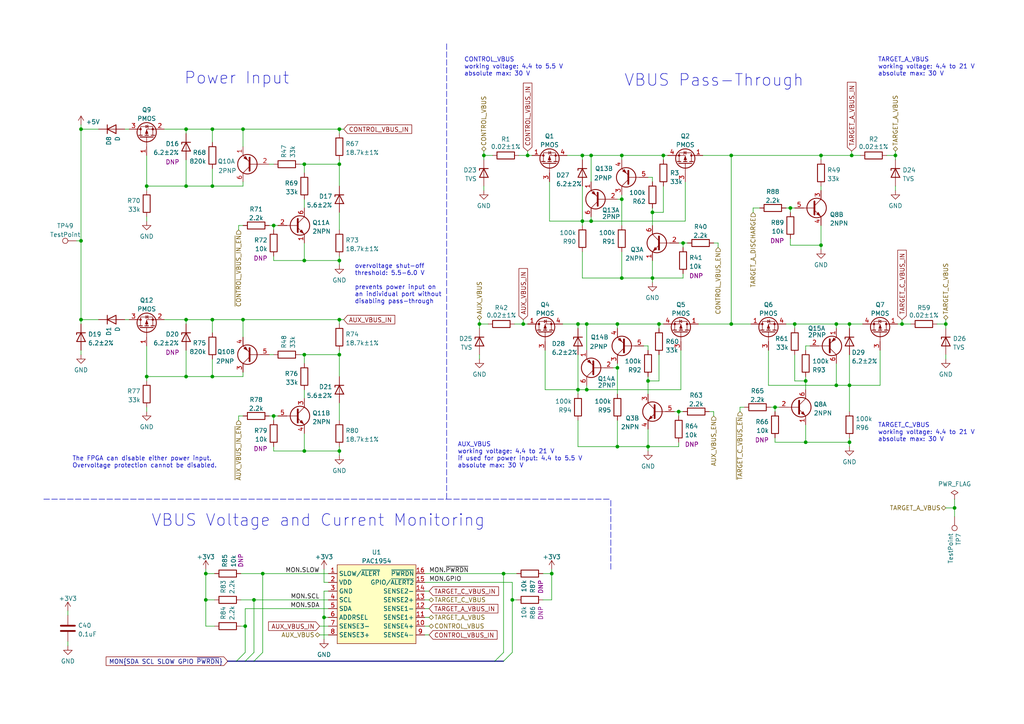
<source format=kicad_sch>
(kicad_sch (version 20211123) (generator eeschema)
  (paper "A4")
  (title_block (title "Cynthion") (date "${DATE}") (rev "${VERSION}") (company "Copyright 2019-2023 Great Scott Gadgets") (comment 1 "Licensed under the CERN-OHL-P v2"))
  (junction (at 98.425 92.71))
  (junction (at 59.69 166.37))
  (junction (at 170.18 93.98))
  (junction (at 23.495 92.71))
  (junction (at 98.425 37.465))
  (junction (at 274.32 93.98))
  (junction (at 233.68 128.27))
  (junction (at 73.66 173.99))
  (junction (at 42.545 53.975))
  (junction (at 212.09 93.98))
  (junction (at 42.545 109.22))
  (junction (at 246.38 93.98))
  (junction (at 61.595 92.71))
  (junction (at 98.425 130.81))
  (junction (at 171.45 45.085))
  (junction (at 229.235 60.325))
  (junction (at 61.595 53.975))
  (junction (at 53.975 109.22))
  (junction (at 180.34 45.085))
  (junction (at 179.07 129.54))
  (junction (at 61.595 109.22))
  (junction (at 98.425 47.625))
  (junction (at 246.38 128.27))
  (junction (at 151.765 93.98))
  (junction (at 238.125 45.085))
  (junction (at 198.12 70.485))
  (junction (at 153.035 45.085))
  (junction (at 61.595 37.465))
  (junction (at 189.23 61.595))
  (junction (at 168.91 45.085))
  (junction (at 146.05 166.37))
  (junction (at 167.64 113.03))
  (junction (at 224.79 118.11))
  (junction (at 88.265 47.625))
  (junction (at 180.34 80.645))
  (junction (at 246.38 111.76))
  (junction (at 187.96 110.49))
  (junction (at 233.68 110.49))
  (junction (at 23.495 69.85))
  (junction (at 79.375 120.65))
  (junction (at 187.96 129.54))
  (junction (at 53.975 53.975))
  (junction (at 242.57 111.76))
  (junction (at 53.975 37.465))
  (junction (at 70.485 37.465))
  (junction (at 93.98 179.07))
  (junction (at 180.34 57.785))
  (junction (at 189.23 80.645))
  (junction (at 88.265 75.565))
  (junction (at 53.975 92.71))
  (junction (at 70.485 92.71))
  (junction (at 247.015 45.085))
  (junction (at 238.125 71.12))
  (junction (at 76.2 166.37))
  (junction (at 88.265 102.87))
  (junction (at 59.69 173.99))
  (junction (at 259.715 45.085))
  (junction (at 168.91 64.135))
  (junction (at 71.12 181.61))
  (junction (at 79.375 65.405))
  (junction (at 179.07 106.68))
  (junction (at 98.425 102.87))
  (junction (at 148.59 173.99))
  (junction (at 192.405 45.085))
  (junction (at 98.425 75.565))
  (junction (at 261.62 93.98))
  (junction (at 140.335 45.085))
  (junction (at 230.505 93.98))
  (junction (at 23.495 37.465))
  (junction (at 179.07 93.98))
  (junction (at 160.02 166.37))
  (junction (at 196.85 119.38))
  (junction (at 276.86 147.32))
  (junction (at 212.09 45.085))
  (junction (at 191.135 93.98))
  (junction (at 167.64 93.98))
  (junction (at 88.265 130.81))
  (junction (at 139.065 93.98))
  (junction (at 170.18 113.03))
  (junction (at 242.57 93.98))
  (junction (at 171.45 64.135))
  (bus_entry (at 148.59 189.23) (size -2.54 2.54))
  (bus_entry (at 146.05 189.23) (size -2.54 2.54))
  (bus_entry (at 73.66 189.23) (size -2.54 2.54))
  (bus_entry (at 76.2 189.23) (size -2.54 2.54))
  (bus_entry (at 71.12 189.23) (size -2.54 2.54))
  (wire (pts (xy 238.125 46.355) (xy 238.125 45.085)))
  (wire (pts (xy 246.38 128.27) (xy 246.38 129.54)))
  (wire (pts (xy 61.595 41.275) (xy 61.595 37.465)))
  (wire (pts (xy 148.59 168.91) (xy 148.59 173.99)))
  (wire (pts (xy 229.235 60.325) (xy 230.505 60.325)))
  (wire (pts (xy 148.59 173.99) (xy 149.86 173.99)))
  (wire (pts (xy 59.69 166.37) (xy 62.23 166.37)))
  (bus (pts (xy 143.51 191.77) (xy 73.66 191.77)))
  (wire (pts (xy 246.38 127) (xy 246.38 128.27)))
  (wire (pts (xy 79.375 75.565) (xy 88.265 75.565)))
  (wire (pts (xy 124.46 179.07) (xy 123.19 179.07)))
  (wire (pts (xy 59.69 181.61) (xy 62.23 181.61)))
  (wire (pts (xy 79.375 65.405) (xy 78.105 65.405)))
  (wire (pts (xy 218.44 61.595) (xy 218.44 60.325)))
  (wire (pts (xy 98.425 47.625) (xy 98.425 53.975)))
  (wire (pts (xy 246.38 111.76) (xy 255.27 111.76)))
  (wire (pts (xy 212.09 45.085) (xy 238.125 45.085)))
  (wire (pts (xy 179.07 121.92) (xy 179.07 129.54)))
  (wire (pts (xy 197.485 113.03) (xy 197.485 101.6)))
  (wire (pts (xy 61.595 37.465) (xy 70.485 37.465)))
  (wire (pts (xy 196.85 129.54) (xy 187.96 129.54)))
  (wire (pts (xy 167.64 95.25) (xy 167.64 93.98)))
  (wire (pts (xy 189.23 61.595) (xy 189.23 65.405)))
  (wire (pts (xy 95.25 173.99) (xy 73.66 173.99)))
  (wire (pts (xy 214.63 119.38) (xy 214.63 118.11)))
  (wire (pts (xy 79.375 120.65) (xy 78.105 120.65)))
  (wire (pts (xy 246.38 93.98) (xy 242.57 93.98)))
  (wire (pts (xy 23.495 69.85) (xy 23.495 37.465)))
  (wire (pts (xy 93.98 168.91) (xy 95.25 168.91)))
  (wire (pts (xy 23.495 92.71) (xy 23.495 93.98)))
  (wire (pts (xy 146.05 166.37) (xy 146.05 189.23)))
  (wire (pts (xy 259.715 45.085) (xy 259.715 46.355)))
  (wire (pts (xy 61.595 53.975) (xy 53.975 53.975)))
  (wire (pts (xy 92.71 181.61) (xy 95.25 181.61)))
  (wire (pts (xy 180.34 80.645) (xy 189.23 80.645)))
  (wire (pts (xy 95.25 179.07) (xy 93.98 179.07)))
  (wire (pts (xy 61.595 92.71) (xy 53.975 92.71)))
  (wire (pts (xy 78.105 47.625) (xy 79.375 47.625)))
  (wire (pts (xy 78.105 102.87) (xy 79.375 102.87)))
  (wire (pts (xy 230.505 93.98) (xy 227.965 93.98)))
  (wire (pts (xy 93.98 179.07) (xy 93.98 185.42)))
  (wire (pts (xy 73.66 173.99) (xy 69.85 173.99)))
  (wire (pts (xy 70.485 37.465) (xy 70.485 42.545)))
  (wire (pts (xy 53.975 46.355) (xy 53.975 53.975)))
  (wire (pts (xy 140.335 45.085) (xy 142.875 45.085)))
  (wire (pts (xy 88.265 47.625) (xy 98.425 47.625)))
  (wire (pts (xy 61.595 109.22) (xy 53.975 109.22)))
  (wire (pts (xy 196.85 119.38) (xy 198.12 119.38)))
  (wire (pts (xy 224.79 118.11) (xy 226.06 118.11)))
  (wire (pts (xy 167.64 113.03) (xy 170.18 113.03)))
  (wire (pts (xy 196.85 128.27) (xy 196.85 129.54)))
  (wire (pts (xy 233.68 123.19) (xy 233.68 128.27)))
  (wire (pts (xy 88.265 50.165) (xy 88.265 47.625)))
  (wire (pts (xy 79.375 66.675) (xy 79.375 65.405)))
  (wire (pts (xy 158.115 113.03) (xy 167.64 113.03)))
  (wire (pts (xy 179.07 106.68) (xy 179.07 105.41)))
  (wire (pts (xy 242.57 95.25) (xy 242.57 93.98)))
  (wire (pts (xy 229.235 71.12) (xy 238.125 71.12)))
  (wire (pts (xy 53.975 101.6) (xy 53.975 109.22)))
  (wire (pts (xy 238.125 53.975) (xy 238.125 55.245)))
  (wire (pts (xy 95.25 171.45) (xy 93.98 171.45)))
  (wire (pts (xy 53.975 92.71) (xy 47.625 92.71)))
  (wire (pts (xy 180.34 57.785) (xy 180.34 65.405)))
  (wire (pts (xy 276.86 147.32) (xy 276.86 149.86)))
  (wire (pts (xy 202.565 93.98) (xy 212.09 93.98)))
  (wire (pts (xy 159.385 64.135) (xy 159.385 52.705)))
  (wire (pts (xy 179.07 95.25) (xy 179.07 93.98)))
  (wire (pts (xy 233.68 110.49) (xy 230.505 110.49)))
  (bus (pts (xy 71.12 191.77) (xy 68.58 191.77)))
  (wire (pts (xy 171.45 52.705) (xy 171.45 45.085)))
  (wire (pts (xy 99.695 92.71) (xy 98.425 92.71)))
  (wire (pts (xy 196.85 120.65) (xy 196.85 119.38)))
  (wire (pts (xy 59.69 173.99) (xy 59.69 181.61)))
  (wire (pts (xy 233.68 110.49) (xy 233.68 113.03)))
  (wire (pts (xy 274.32 147.32) (xy 276.86 147.32)))
  (wire (pts (xy 170.18 93.98) (xy 179.07 93.98)))
  (polyline (pts (xy 12.7 144.78) (xy 177.165 144.78)))
  (wire (pts (xy 255.27 101.6) (xy 255.27 111.76)))
  (wire (pts (xy 227.965 60.325) (xy 229.235 60.325)))
  (wire (pts (xy 88.265 102.87) (xy 98.425 102.87)))
  (wire (pts (xy 274.32 93.98) (xy 274.32 95.25)))
  (wire (pts (xy 170.18 113.03) (xy 170.18 111.76)))
  (wire (pts (xy 180.34 46.355) (xy 180.34 45.085)))
  (wire (pts (xy 139.065 104.14) (xy 139.065 102.87)))
  (wire (pts (xy 76.2 166.37) (xy 76.2 189.23)))
  (wire (pts (xy 171.45 45.085) (xy 180.34 45.085)))
  (wire (pts (xy 157.48 166.37) (xy 160.02 166.37)))
  (wire (pts (xy 153.035 45.085) (xy 154.305 45.085)))
  (wire (pts (xy 164.465 45.085) (xy 168.91 45.085)))
  (wire (pts (xy 246.38 95.25) (xy 246.38 93.98)))
  (wire (pts (xy 98.425 102.87) (xy 98.425 109.22)))
  (wire (pts (xy 92.71 184.15) (xy 95.25 184.15)))
  (wire (pts (xy 61.595 92.71) (xy 70.485 92.71)))
  (wire (pts (xy 230.505 95.25) (xy 230.505 93.98)))
  (wire (pts (xy 70.485 37.465) (xy 98.425 37.465)))
  (wire (pts (xy 70.485 92.71) (xy 98.425 92.71)))
  (wire (pts (xy 167.64 93.98) (xy 170.18 93.98)))
  (wire (pts (xy 42.545 110.49) (xy 42.545 109.22)))
  (wire (pts (xy 187.96 110.49) (xy 191.135 110.49)))
  (bus (pts (xy 146.05 191.77) (xy 143.51 191.77)))
  (polyline (pts (xy 177.165 165.1) (xy 177.165 144.78)))
  (wire (pts (xy 53.975 109.22) (xy 42.545 109.22)))
  (wire (pts (xy 160.02 165.1) (xy 160.02 166.37)))
  (wire (pts (xy 250.19 93.98) (xy 246.38 93.98)))
  (wire (pts (xy 151.765 92.71) (xy 151.765 93.98)))
  (wire (pts (xy 238.125 45.085) (xy 247.015 45.085)))
  (wire (pts (xy 88.265 70.485) (xy 88.265 75.565)))
  (wire (pts (xy 242.57 111.76) (xy 246.38 111.76)))
  (wire (pts (xy 79.375 129.54) (xy 79.375 130.81)))
  (wire (pts (xy 224.79 118.11) (xy 224.79 119.38)))
  (wire (pts (xy 168.91 53.975) (xy 168.91 64.135)))
  (wire (pts (xy 205.74 119.38) (xy 207.01 119.38)))
  (wire (pts (xy 274.32 93.98) (xy 274.32 92.71)))
  (wire (pts (xy 198.12 70.485) (xy 199.39 70.485)))
  (wire (pts (xy 259.715 45.085) (xy 257.175 45.085)))
  (wire (pts (xy 88.265 125.73) (xy 88.265 130.81)))
  (wire (pts (xy 163.195 93.98) (xy 167.64 93.98)))
  (wire (pts (xy 140.335 55.245) (xy 140.335 53.975)))
  (wire (pts (xy 98.425 130.81) (xy 98.425 132.08)))
  (wire (pts (xy 207.01 70.485) (xy 208.28 70.485)))
  (wire (pts (xy 98.425 116.84) (xy 98.425 121.92)))
  (wire (pts (xy 146.05 166.37) (xy 149.86 166.37)))
  (wire (pts (xy 242.57 105.41) (xy 242.57 111.76)))
  (wire (pts (xy 53.975 53.975) (xy 42.545 53.975)))
  (wire (pts (xy 168.91 64.135) (xy 171.45 64.135)))
  (wire (pts (xy 233.68 109.22) (xy 233.68 110.49)))
  (wire (pts (xy 98.425 92.71) (xy 98.425 93.98)))
  (wire (pts (xy 191.135 110.49) (xy 191.135 102.87)))
  (wire (pts (xy 189.23 51.435) (xy 189.23 52.705)))
  (wire (pts (xy 98.425 75.565) (xy 98.425 76.835)))
  (wire (pts (xy 271.78 93.98) (xy 274.32 93.98)))
  (wire (pts (xy 80.645 65.405) (xy 79.375 65.405)))
  (wire (pts (xy 179.07 93.98) (xy 191.135 93.98)))
  (wire (pts (xy 214.63 118.11) (xy 215.9 118.11)))
  (wire (pts (xy 233.68 100.33) (xy 234.95 100.33)))
  (wire (pts (xy 70.485 107.95) (xy 70.485 109.22)))
  (wire (pts (xy 259.715 45.085) (xy 259.715 43.815)))
  (wire (pts (xy 22.225 69.85) (xy 23.495 69.85)))
  (wire (pts (xy 53.975 93.98) (xy 53.975 92.71)))
  (wire (pts (xy 123.19 168.91) (xy 148.59 168.91)))
  (wire (pts (xy 124.46 173.99) (xy 123.19 173.99)))
  (wire (pts (xy 70.485 109.22) (xy 61.595 109.22)))
  (wire (pts (xy 246.38 119.38) (xy 246.38 111.76)))
  (wire (pts (xy 86.995 102.87) (xy 88.265 102.87)))
  (wire (pts (xy 233.68 128.27) (xy 246.38 128.27)))
  (wire (pts (xy 179.07 129.54) (xy 187.96 129.54)))
  (wire (pts (xy 170.18 113.03) (xy 197.485 113.03)))
  (wire (pts (xy 69.215 120.65) (xy 69.215 121.92)))
  (wire (pts (xy 276.86 147.32) (xy 276.86 144.78)))
  (wire (pts (xy 70.485 53.975) (xy 61.595 53.975)))
  (wire (pts (xy 189.23 60.325) (xy 189.23 61.595)))
  (wire (pts (xy 93.98 171.45) (xy 93.98 179.07)))
  (wire (pts (xy 93.98 165.1) (xy 93.98 168.91)))
  (wire (pts (xy 168.91 73.025) (xy 168.91 80.645)))
  (wire (pts (xy 196.85 70.485) (xy 198.12 70.485)))
  (wire (pts (xy 98.425 130.81) (xy 88.265 130.81)))
  (wire (pts (xy 53.975 37.465) (xy 47.625 37.465)))
  (wire (pts (xy 168.91 46.355) (xy 168.91 45.085)))
  (wire (pts (xy 124.46 184.15) (xy 123.19 184.15)))
  (wire (pts (xy 247.015 45.085) (xy 249.555 45.085)))
  (wire (pts (xy 260.35 93.98) (xy 261.62 93.98)))
  (wire (pts (xy 261.62 93.98) (xy 264.16 93.98)))
  (wire (pts (xy 42.545 119.38) (xy 42.545 118.11)))
  (wire (pts (xy 86.995 47.625) (xy 88.265 47.625)))
  (wire (pts (xy 186.69 100.33) (xy 187.96 100.33)))
  (wire (pts (xy 198.12 80.645) (xy 189.23 80.645)))
  (wire (pts (xy 189.23 80.645) (xy 189.23 75.565)))
  (wire (pts (xy 59.69 166.37) (xy 59.69 173.99)))
  (wire (pts (xy 139.065 95.25) (xy 139.065 93.98)))
  (wire (pts (xy 23.495 101.6) (xy 23.495 102.87)))
  (wire (pts (xy 224.79 128.27) (xy 233.68 128.27)))
  (wire (pts (xy 59.69 166.37) (xy 59.69 165.1)))
  (wire (pts (xy 179.07 106.68) (xy 179.07 114.3)))
  (wire (pts (xy 69.215 65.405) (xy 69.215 66.675)))
  (wire (pts (xy 180.34 57.785) (xy 180.34 56.515)))
  (wire (pts (xy 79.375 130.81) (xy 88.265 130.81)))
  (wire (pts (xy 168.91 80.645) (xy 180.34 80.645)))
  (wire (pts (xy 153.035 93.98) (xy 151.765 93.98)))
  (wire (pts (xy 123.19 166.37) (xy 146.05 166.37)))
  (wire (pts (xy 150.495 45.085) (xy 153.035 45.085)))
  (wire (pts (xy 140.335 46.355) (xy 140.335 45.085)))
  (wire (pts (xy 212.09 93.98) (xy 217.805 93.98)))
  (wire (pts (xy 189.23 61.595) (xy 192.405 61.595)))
  (wire (pts (xy 71.12 181.61) (xy 71.12 189.23)))
  (wire (pts (xy 23.495 37.465) (xy 23.495 36.195)))
  (wire (pts (xy 187.96 130.81) (xy 187.96 129.54)))
  (wire (pts (xy 61.595 104.14) (xy 61.595 109.22)))
  (wire (pts (xy 76.2 166.37) (xy 69.85 166.37)))
  (wire (pts (xy 229.235 61.595) (xy 229.235 60.325)))
  (wire (pts (xy 42.545 53.975) (xy 42.545 45.085)))
  (wire (pts (xy 73.66 173.99) (xy 73.66 189.23)))
  (wire (pts (xy 23.495 92.71) (xy 28.575 92.71)))
  (wire (pts (xy 98.425 102.87) (xy 98.425 101.6)))
  (wire (pts (xy 23.495 92.71) (xy 23.495 69.85)))
  (wire (pts (xy 198.12 79.375) (xy 198.12 80.645)))
  (wire (pts (xy 88.265 57.785) (xy 88.265 60.325)))
  (wire (pts (xy 171.45 64.135) (xy 171.45 62.865)))
  (wire (pts (xy 170.18 101.6) (xy 170.18 93.98)))
  (wire (pts (xy 180.34 45.085) (xy 192.405 45.085)))
  (wire (pts (xy 168.91 64.135) (xy 168.91 65.405)))
  (wire (pts (xy 19.685 177.165) (xy 19.685 178.435)))
  (wire (pts (xy 148.59 173.99) (xy 148.59 189.23)))
  (wire (pts (xy 61.595 48.895) (xy 61.595 53.975)))
  (wire (pts (xy 159.385 64.135) (xy 168.91 64.135)))
  (wire (pts (xy 229.235 69.215) (xy 229.235 71.12)))
  (wire (pts (xy 192.405 45.085) (xy 193.675 45.085)))
  (wire (pts (xy 198.12 71.755) (xy 198.12 70.485)))
  (wire (pts (xy 139.065 92.71) (xy 139.065 93.98)))
  (wire (pts (xy 208.28 70.485) (xy 208.28 71.755)))
  (wire (pts (xy 70.485 65.405) (xy 69.215 65.405)))
  (wire (pts (xy 80.645 120.65) (xy 79.375 120.65)))
  (wire (pts (xy 71.12 176.53) (xy 71.12 181.61)))
  (wire (pts (xy 140.335 43.815) (xy 140.335 45.085)))
  (wire (pts (xy 98.425 74.295) (xy 98.425 75.565)))
  (wire (pts (xy 37.465 37.465) (xy 36.195 37.465)))
  (wire (pts (xy 233.68 101.6) (xy 233.68 100.33)))
  (wire (pts (xy 42.545 64.135) (xy 42.545 62.865)))
  (wire (pts (xy 242.57 93.98) (xy 230.505 93.98)))
  (wire (pts (xy 222.885 111.76) (xy 242.57 111.76)))
  (wire (pts (xy 187.96 109.22) (xy 187.96 110.49)))
  (wire (pts (xy 167.64 102.87) (xy 167.64 113.03)))
  (wire (pts (xy 274.32 104.14) (xy 274.32 102.87)))
  (wire (pts (xy 61.595 37.465) (xy 53.975 37.465)))
  (wire (pts (xy 187.96 51.435) (xy 189.23 51.435)))
  (wire (pts (xy 187.96 100.33) (xy 187.96 101.6)))
  (wire (pts (xy 171.45 64.135) (xy 198.755 64.135)))
  (wire (pts (xy 187.96 129.54) (xy 187.96 124.46)))
  (wire (pts (xy 79.375 121.92) (xy 79.375 120.65)))
  (wire (pts (xy 191.135 95.25) (xy 191.135 93.98)))
  (polyline (pts (xy 129.54 12.7) (xy 129.54 144.78)))
  (wire (pts (xy 230.505 110.49) (xy 230.505 102.87)))
  (wire (pts (xy 223.52 118.11) (xy 224.79 118.11)))
  (wire (pts (xy 70.485 52.705) (xy 70.485 53.975)))
  (wire (pts (xy 167.64 113.03) (xy 167.64 114.3)))
  (wire (pts (xy 167.64 121.92) (xy 167.64 129.54)))
  (wire (pts (xy 95.25 166.37) (xy 76.2 166.37)))
  (wire (pts (xy 195.58 119.38) (xy 196.85 119.38)))
  (wire (pts (xy 123.19 181.61) (xy 124.46 181.61)))
  (wire (pts (xy 238.125 71.12) (xy 238.125 65.405)))
  (wire (pts (xy 71.12 181.61) (xy 69.85 181.61)))
  (wire (pts (xy 70.485 92.71) (xy 70.485 97.79)))
  (wire (pts (xy 222.885 101.6) (xy 222.885 111.76)))
  (wire (pts (xy 157.48 173.99) (xy 160.02 173.99)))
  (wire (pts (xy 203.835 45.085) (xy 212.09 45.085)))
  (wire (pts (xy 98.425 37.465) (xy 98.425 38.735)))
  (wire (pts (xy 238.125 72.39) (xy 238.125 71.12)))
  (wire (pts (xy 98.425 61.595) (xy 98.425 66.675)))
  (wire (pts (xy 158.115 101.6) (xy 158.115 113.03)))
  (wire (pts (xy 123.19 176.53) (xy 124.46 176.53)))
  (bus (pts (xy 73.66 191.77) (xy 71.12 191.77)))
  (wire (pts (xy 59.69 173.99) (xy 62.23 173.99)))
  (wire (pts (xy 187.96 110.49) (xy 187.96 114.3)))
  (wire (pts (xy 189.23 81.915) (xy 189.23 80.645)))
  (wire (pts (xy 247.015 45.085) (xy 247.015 43.815)))
  (wire (pts (xy 261.62 93.98) (xy 261.62 92.71)))
  (wire (pts (xy 192.405 46.355) (xy 192.405 45.085)))
  (wire (pts (xy 212.09 45.085) (xy 212.09 93.98)))
  (wire (pts (xy 70.485 120.65) (xy 69.215 120.65)))
  (wire (pts (xy 95.25 176.53) (xy 71.12 176.53)))
  (wire (pts (xy 192.405 61.595) (xy 192.405 53.975)))
  (wire (pts (xy 180.34 73.025) (xy 180.34 80.645)))
  (wire (pts (xy 99.695 37.465) (xy 98.425 37.465)))
  (wire (pts (xy 98.425 129.54) (xy 98.425 130.81)))
  (wire (pts (xy 98.425 75.565) (xy 88.265 75.565)))
  (wire (pts (xy 88.265 105.41) (xy 88.265 102.87)))
  (wire (pts (xy 153.035 45.085) (xy 153.035 43.815)))
  (wire (pts (xy 218.44 60.325) (xy 220.345 60.325)))
  (wire (pts (xy 151.765 93.98) (xy 149.225 93.98)))
  (wire (pts (xy 42.545 55.245) (xy 42.545 53.975)))
  (wire (pts (xy 198.755 64.135) (xy 198.755 52.705)))
  (wire (pts (xy 123.19 171.45) (xy 124.46 171.45)))
  (wire (pts (xy 98.425 47.625) (xy 98.425 46.355)))
  (wire (pts (xy 61.595 96.52) (xy 61.595 92.71)))
  (wire (pts (xy 191.135 93.98) (xy 192.405 93.98)))
  (wire (pts (xy 88.265 113.03) (xy 88.265 115.57)))
  (wire (pts (xy 141.605 93.98) (xy 139.065 93.98)))
  (wire (pts (xy 79.375 74.295) (xy 79.375 75.565)))
  (wire (pts (xy 167.64 129.54) (xy 179.07 129.54)))
  (wire (pts (xy 259.715 55.245) (xy 259.715 53.975)))
  (bus (pts (xy 68.58 191.77) (xy 66.04 191.77)))
  (wire (pts (xy 160.02 166.37) (xy 160.02 173.99)))
  (wire (pts (xy 177.8 106.68) (xy 179.07 106.68)))
  (wire (pts (xy 37.465 92.71) (xy 36.195 92.71)))
  (wire (pts (xy 42.545 109.22) (xy 42.545 100.33)))
  (wire (pts (xy 53.975 38.735) (xy 53.975 37.465)))
  (wire (pts (xy 168.91 45.085) (xy 171.45 45.085)))
  (wire (pts (xy 179.07 57.785) (xy 180.34 57.785)))
  (wire (pts (xy 224.79 127) (xy 224.79 128.27)))
  (wire (pts (xy 246.38 102.87) (xy 246.38 111.76)))
  (wire (pts (xy 19.685 186.055) (xy 19.685 187.325)))
  (wire (pts (xy 207.01 120.65) (xy 207.01 119.38)))
  (wire (pts (xy 28.575 37.465) (xy 23.495 37.465)))
  (text "VBUS Voltage and Current Monitoring" (at 43.815 153.035 0) (effects (font (size 3.4036 3.4036)) (justify left bottom)))
  (text "overvoltage shut-off\nthreshold: 5.5-6.0 V\n\nprevents power input on\nan individual port without\ndisabling pass-through" (at 102.87 88.265 0) (effects (font (size 1.27 1.27)) (justify left bottom)))
  (text "CONTROL_VBUS\nworking voltage: 4.4 to 5.5 V\nabsolute max: 30 V" (at 134.62 22.225 0) (effects (font (size 1.27 1.27)) (justify left bottom)))
  (text "TARGET_C_VBUS\nworking voltage: 4.4 to 21 V\nabsolute max: 30 V" (at 254.635 128.27 0) (effects (font (size 1.27 1.27)) (justify left bottom)))
  (text "VBUS Pass-Through" (at 180.975 25.4 0) (effects (font (size 3.4036 3.4036)) (justify left bottom)))
  (text "The FPGA can disable either power input.\nOvervoltage protection cannot be disabled." (at 20.955 135.89 0) (effects (font (size 1.27 1.27)) (justify left bottom)))
  (text "AUX_VBUS\nworking voltage: 4.4 to 21 V\nif used for power input: 4.4 to 5.5 V\nabsolute max: 30 V" (at 132.715 135.89 0) (effects (font (size 1.27 1.27)) (justify left bottom)))
  (text "Power Input" (at 53.34 24.765 0) (effects (font (size 3.4036 3.4036)) (justify left bottom)))
  (text "TARGET_A_VBUS\nworking voltage: 4.4 to 21 V\nabsolute max: 30 V" (at 254.635 22.225 0) (effects (font (size 1.27 1.27)) (justify left bottom)))
  (label "MON.GPIO" (at 124.46 168.91 0))
  (label "MON.SDA" (at 92.71 176.53 180))
  (label "MON.SCL" (at 92.71 173.99 180))
  (label "MON.~{PWRDN}" (at 124.46 166.37 0))
  (label "MON.SLOW" (at 92.71 166.37 180))
  (global_label "TARGET_C_VBUS_IN" (shape input) (at 124.46 171.45 0) (property "Intersheet References" "${INTERSHEET_REFS}" (effects hide)))
  (global_label "AUX_VBUS_IN" (shape input) (at 99.695 92.71 0) (property "Intersheet References" "${INTERSHEET_REFS}" (effects hide)))
  (global_label "AUX_VBUS_IN" (shape input) (at 151.765 92.71 90) (property "Intersheet References" "${INTERSHEET_REFS}" (effects hide)))
  (global_label "CONTROL_VBUS_IN" (shape input) (at 99.695 37.465 0) (property "Intersheet References" "${INTERSHEET_REFS}" (effects hide)))
  (global_label "AUX_VBUS_IN" (shape input) (at 92.71 181.61 180) (property "Intersheet References" "${INTERSHEET_REFS}" (effects hide)))
  (global_label "CONTROL_VBUS_IN" (shape input) (at 124.46 184.15 0) (property "Intersheet References" "${INTERSHEET_REFS}" (effects hide)))
  (global_label "MON{SDA SCL SLOW GPIO ~{PWRDN}}" (shape input) (at 66.04 191.77 180) (property "Intersheet References" "${INTERSHEET_REFS}" (effects hide)))
  (global_label "TARGET_A_VBUS_IN" (shape input) (at 124.46 176.53 0) (property "Intersheet References" "${INTERSHEET_REFS}" (effects hide)))
  (global_label "TARGET_A_VBUS_IN" (shape input) (at 247.015 43.815 90) (property "Intersheet References" "${INTERSHEET_REFS}" (effects hide)))
  (global_label "TARGET_C_VBUS_IN" (shape input) (at 261.62 92.71 90) (property "Intersheet References" "${INTERSHEET_REFS}" (effects hide)))
  (global_label "CONTROL_VBUS_IN" (shape input) (at 153.035 43.815 90) (property "Intersheet References" "${INTERSHEET_REFS}" (effects hide)))
  (hierarchical_label "~{AUX_VBUS_IN_EN}" (shape input) (at 69.215 121.92 270))
  (hierarchical_label "CONTROL_VBUS" (shape bidirectional) (at 140.335 43.815 90))
  (hierarchical_label "TARGET_C_VBUS" (shape bidirectional) (at 124.46 173.99 0))
  (hierarchical_label "TARGET_A_VBUS" (shape bidirectional) (at 274.32 147.32 180))
  (hierarchical_label "~{CONTROL_VBUS_IN_EN}" (shape input) (at 69.215 66.675 270))
  (hierarchical_label "TARGET_C_VBUS" (shape bidirectional) (at 274.32 92.71 90))
  (hierarchical_label "CONTROL_VBUS" (shape bidirectional) (at 124.46 181.61 0))
  (hierarchical_label "AUX_VBUS" (shape bidirectional) (at 139.065 92.71 90))
  (hierarchical_label "TARGET_A_DISCHARGE" (shape input) (at 218.44 61.595 270))
  (hierarchical_label "CONTROL_VBUS_EN" (shape input) (at 208.28 71.755 270))
  (hierarchical_label "AUX_VBUS" (shape bidirectional) (at 92.71 184.15 180))
  (hierarchical_label "~{TARGET_C_VBUS_EN}" (shape input) (at 214.63 119.38 270))
  (hierarchical_label "AUX_VBUS_EN" (shape input) (at 207.01 120.65 270))
  (hierarchical_label "TARGET_A_VBUS" (shape bidirectional) (at 259.715 43.815 90))
  (hierarchical_label "TARGET_A_VBUS" (shape bidirectional) (at 124.46 179.07 0))
  (symbol (lib_id "Device:D_Zener") (at 168.91 50.165 90) (mirror x) (unit 1)
    (property "Reference" "D27" (at 161.29 50.8 90) (effects (justify right)))
    (property "Value" "6.2±2%" (at 161.29 53.3369 90) (effects (justify right)))
    (property "Footprint" "luna:DFN1006-2" (effects hide))
    (property "Datasheet" "https://assets.nexperia.com/documents/data-sheet/BZX884_BC_SER.pdf" (effects hide))
    (property "Manufacturer" "Nexperia" (effects hide))
    (property "Part Number" "BZX884-B6V2,315" (effects hide))
    (property "Description" "DIODE ZENER 6.2V 250MW DFN1006-2" (effects hide))
  )
  (symbol (lib_id "Device:R") (at 180.34 69.215 180) (unit 1)
    (property "Reference" "R91" (at 178.562 70.0497 0) (effects (justify left)))
    (property "Value" "100k" (at 178.562 67.5128 0) (effects (justify left)))
    (property "Footprint" "Resistor_SMD:R_0402_1005Metric" (effects hide))
    (property "Part Number" "ERJ-2GEJ104X" (effects hide))
    (property "Substitution" "any equivalent" (effects hide))
    (property "Description" "RES SMD 100K OHM 5% 1/10W 0402" (effects hide))
    (property "Manufacturer" "Panasonic" (effects hide))
  )
  (symbol (lib_id "Device:R") (at 74.295 120.65 270) (mirror x) (unit 1)
    (property "Reference" "R78" (at 74.295 115.9342 90))
    (property "Value" "2.2k" (at 74.295 118.4711 90))
    (property "Footprint" "Resistor_SMD:R_0402_1005Metric" (effects hide))
    (property "Part Number" "RC0402JR-072K2L" (effects hide))
    (property "Substitution" "any equivalent" (effects hide))
    (property "Description" "RES 2.2K OHM 5% 1/16W 0402" (effects hide))
    (property "Manufacturer" "Yageo" (effects hide))
  )
  (symbol (lib_id "power:GND") (at 98.425 76.835 0) (mirror y) (unit 1)
    (property "Reference" "#PWR083" (effects hide))
    (property "Value" "GND" (at 98.425 81.2784 0))
  )
  (symbol (lib_id "power:GND") (at 187.96 130.81 0) (mirror y) (unit 1)
    (property "Reference" "#PWR04" (effects hide))
    (property "Value" "GND" (at 187.96 135.2534 0))
  )
  (symbol (lib_id "Transistor_FET:SiA449DJ") (at 255.27 96.52 270) (mirror x) (unit 1)
    (property "Reference" "Q7" (at 255.27 88.3752 90))
    (property "Value" "PMOS" (at 255.27 90.9121 90))
    (property "Footprint" "luna:Vishay_PowerPAK_SC70-6L_Single" (effects hide))
    (property "Datasheet" "https://www.vishay.com/docs/77080/sia483adj.pdf" (effects hide))
    (property "Manufacturer" "Vishay Siliconix" (effects hide))
    (property "Part Number" "SIA483ADJ-T1-GE3" (effects hide))
    (property "Description" "MOSFET P-CH 30V 10.6A/12A PPAK" (effects hide))
    (property "Substitution" "SIA483DJ-T1-GE3, Nexperia PMPB16EPX, PMPB27EP,115" (effects hide))
  )
  (symbol (lib_id "Device:R") (at 61.595 45.085 0) (mirror y) (unit 1)
    (property "Reference" "R68" (at 59.817 44.2503 0) (effects (justify left)))
    (property "Value" "820k" (at 59.817 46.7872 0) (effects (justify left)))
    (property "Footprint" "Resistor_SMD:R_0402_1005Metric" (effects hide))
    (property "Part Number" "RC0402JR-07820KL" (effects hide))
    (property "Substitution" "any equivalent" (effects hide))
    (property "Description" "RES 820K OHM 5% 1/16W 0402" (effects hide))
    (property "Manufacturer" "Yageo" (effects hide))
  )
  (symbol (lib_id "Device:D") (at 32.385 92.71 0) (mirror x) (unit 1)
    (property "Reference" "D1" (at 31.5503 94.742 90) (effects (justify left)))
    (property "Value" "D" (at 34.0872 94.742 90) (effects (justify left)))
    (property "Footprint" "luna:D_SOD-123FL" (effects hide))
    (property "Datasheet" "https://www.21yangjie.com/ggs/zlqj/ckfhejg/U1A%20THRU%20U1J.pdf" (effects hide))
    (property "Manufacturer" "Yangzhou Yangjie" (effects hide))
    (property "Part Number" "U1D" (effects hide))
    (property "Description" "SOD-123FL 200V 1.0A  Diodes Rec" (effects hide))
  )
  (symbol (lib_id "Transistor_BJT:BC847BS") (at 191.77 70.485 0) (mirror y) (unit 1)
    (property "Reference" "Q3" (at 186.69 72.3931 0) (effects (justify left)))
    (property "Value" "2NPN" (at 186.69 74.93 0) (effects (justify left)))
    (property "Footprint" "Package_TO_SOT_SMD:SOT-363_SC-70-6" (effects hide))
    (property "Datasheet" "https://www.21yangjie.com/style/pdf/car-small-signal-triode/BC847BS-SOT-363-%E6%B5%B7%E9%B8%A5%E8%84%9A.pdf" (effects hide))
    (property "Manufacturer" "Yangzhou Yangjie" (effects hide))
    (property "Part Number" "BC847BS" (effects hide))
    (property "Description" "SOT-363 NPN+NPN 0.3W 0.1A 50V" (effects hide))
  )
  (symbol (lib_id "Device:R") (at 79.375 70.485 0) (mirror y) (unit 1)
    (property "Reference" "R72" (at 77.597 69.6503 0) (effects (justify left)))
    (property "Value" "10k" (at 77.597 72.1872 0) (effects (justify left)))
    (property "Footprint" "Resistor_SMD:R_0402_1005Metric" (effects hide))
    (property "Part Number" "RC0402JR-0710KL" (effects hide))
    (property "Substitution" "any equivalent" (effects hide))
    (property "Description" "RES 10K OHM 5% 1/16W 0402" (effects hide))
    (property "Manufacturer" "Yageo" (effects hide))
    (property "DNP" "DNP" (at 75.565 74.93 0))
  )
  (symbol (lib_id "Device:Q_Dual_PNP_PNP_E1B1C2E2B2C1") (at 181.61 100.33 180) (unit 2)
    (property "Reference" "Q14" (at 176.53 97.79 0) (effects (justify left)))
    (property "Value" "2PNP" (at 176.3013 100.5297 0) (effects (justify left)))
    (property "Footprint" "Package_TO_SOT_SMD:SOT-363_SC-70-6" (effects hide))
    (property "Datasheet" "https://www.21yangjie.com/ggs/xxh/xxhsjg/BC857BS-SOT-363-%E6%B5%B7%E9%B8%A5%E8%84%9A.pdf" (effects hide))
    (property "Manufacturer" "Yangzhou Yangjie" (effects hide))
    (property "Part Number" "BC857BS" (effects hide))
    (property "Description" "PNP+PNP TRANS 45V 0.2A SOT-363" (effects hide))
  )
  (symbol (lib_id "Device:D_Zener") (at 259.715 50.165 90) (mirror x) (unit 1)
    (property "Reference" "D24" (at 261.747 49.3303 90) (effects (justify right)))
    (property "Value" "TVS" (at 261.747 51.8672 90) (effects (justify right)))
    (property "Footprint" "luna:DFN1006-2" (effects hide))
    (property "Datasheet" "https://assets.nexperia.com/documents/data-sheet/PESDXS1UL_SER.pdf" (effects hide))
    (property "Manufacturer" "Nexperia" (effects hide))
    (property "Part Number" "PESD36VS1UL,315" (effects hide))
    (property "Description" "TVS DIODE 36VWM 80VC DFN1006-2" (effects hide))
  )
  (symbol (lib_id "Device:Q_Dual_PNP_PNP_E1B1C2E2B2C1") (at 73.025 47.625 180) (unit 1)
    (property "Reference" "Q10" (at 68.1736 46.7903 0) (effects (justify left)))
    (property "Value" "2PNP" (at 68.58 49.53 0) (effects (justify left)))
    (property "Footprint" "Package_TO_SOT_SMD:SOT-363_SC-70-6" (effects hide))
    (property "Datasheet" "https://www.21yangjie.com/ggs/xxh/xxhsjg/BC857BS-SOT-363-%E6%B5%B7%E9%B8%A5%E8%84%9A.pdf" (effects hide))
    (property "Manufacturer" "Yangzhou Yangjie" (effects hide))
    (property "Part Number" "BC857BS" (effects hide))
    (property "Description" "PNP+PNP TRANS 45V 0.2A SOT-363" (effects hide))
  )
  (symbol (lib_id "power:GND") (at 189.23 81.915 0) (mirror y) (unit 1)
    (property "Reference" "#PWR03" (effects hide))
    (property "Value" "GND" (at 189.23 86.3584 0))
  )
  (symbol (lib_id "Device:R") (at 66.04 173.99 90) (mirror x) (unit 1)
    (property "Reference" "R83" (at 64.77 170.18 0))
    (property "Value" "2.2k" (at 67.31 170.18 0))
    (property "Footprint" "Resistor_SMD:R_0402_1005Metric" (effects hide))
    (property "Part Number" "RC0402JR-072K2L" (effects hide))
    (property "Substitution" "any equivalent" (effects hide))
    (property "Description" "RES 2.2K OHM 5% 1/16W 0402" (effects hide))
    (property "Manufacturer" "Yageo" (effects hide))
  )
  (symbol (lib_id "Device:D_Zener") (at 139.065 99.06 90) (mirror x) (unit 1)
    (property "Reference" "D25" (at 137.033 98.2253 90) (effects (justify left)))
    (property "Value" "TVS" (at 137.033 100.7622 90) (effects (justify left)))
    (property "Footprint" "luna:DFN1006-2" (effects hide))
    (property "Datasheet" "https://assets.nexperia.com/documents/data-sheet/PESDXS1UL_SER.pdf" (effects hide))
    (property "Manufacturer" "Nexperia" (effects hide))
    (property "Part Number" "PESD36VS1UL,315" (effects hide))
    (property "Description" "TVS DIODE 36VWM 80VC DFN1006-2" (effects hide))
  )
  (symbol (lib_id "Device:R") (at 224.79 123.19 0) (mirror y) (unit 1)
    (property "Reference" "R66" (at 223.012 122.3553 0) (effects (justify left)))
    (property "Value" "10k" (at 223.012 124.8922 0) (effects (justify left)))
    (property "Footprint" "Resistor_SMD:R_0402_1005Metric" (effects hide))
    (property "Part Number" "RC0402JR-0710KL" (effects hide))
    (property "Substitution" "any equivalent" (effects hide))
    (property "Description" "RES 10K OHM 5% 1/16W 0402" (effects hide))
    (property "Manufacturer" "Yageo" (effects hide))
    (property "DNP" "DNP" (at 220.98 127.635 0))
  )
  (symbol (lib_id "power:GND") (at 23.495 102.87 0) (unit 1)
    (property "Reference" "#PWR099" (effects hide))
    (property "Value" "GND" (at 23.495 107.3134 0))
  )
  (symbol (lib_id "Transistor_FET:SiA449DJ") (at 197.485 96.52 270) (mirror x) (unit 1)
    (property "Reference" "Q5" (at 197.485 88.3752 90))
    (property "Value" "PMOS" (at 197.485 90.9121 90))
    (property "Footprint" "luna:Vishay_PowerPAK_SC70-6L_Single" (effects hide))
    (property "Datasheet" "https://www.vishay.com/docs/77080/sia483adj.pdf" (effects hide))
    (property "Manufacturer" "Vishay Siliconix" (effects hide))
    (property "Part Number" "SIA483ADJ-T1-GE3" (effects hide))
    (property "Description" "MOSFET P-CH 30V 10.6A/12A PPAK" (effects hide))
    (property "Substitution" "SIA483DJ-T1-GE3, Nexperia PMPB16EPX, PMPB27EP,115" (effects hide))
  )
  (symbol (lib_id "Device:R") (at 61.595 100.33 0) (mirror y) (unit 1)
    (property "Reference" "R75" (at 59.817 99.4953 0) (effects (justify left)))
    (property "Value" "820k" (at 59.817 102.0322 0) (effects (justify left)))
    (property "Footprint" "Resistor_SMD:R_0402_1005Metric" (effects hide))
    (property "Part Number" "RC0402JR-07820KL" (effects hide))
    (property "Substitution" "any equivalent" (effects hide))
    (property "Description" "RES 820K OHM 5% 1/16W 0402" (effects hide))
    (property "Manufacturer" "Yageo" (effects hide))
  )
  (symbol (lib_id "Device:R") (at 224.155 60.325 270) (mirror x) (unit 1)
    (property "Reference" "R88" (at 224.155 55.6092 90))
    (property "Value" "2.2k" (at 224.155 58.1461 90))
    (property "Footprint" "Resistor_SMD:R_0402_1005Metric" (effects hide))
    (property "Part Number" "RC0402JR-072K2L" (effects hide))
    (property "Substitution" "any equivalent" (effects hide))
    (property "Description" "RES 2.2K OHM 5% 1/16W 0402" (effects hide))
    (property "Manufacturer" "Yageo" (effects hide))
  )
  (symbol (lib_id "Connector:TestPoint") (at 276.86 149.86 180) (unit 1) (in_bom no)
    (property "Reference" "TP7" (at 278.003 154.6098 90) (effects (justify left)))
    (property "Value" "TestPoint" (at 275.717 154.6098 90) (effects (justify left)))
    (property "Footprint" "TestPoint:TestPoint_Pad_D1.0mm" (effects hide))
  )
  (symbol (lib_id "Device:D_Zener") (at 167.64 99.06 90) (mirror x) (unit 1)
    (property "Reference" "D28" (at 160.02 99.695 90) (effects (justify right)))
    (property "Value" "6.2±2%" (at 160.02 102.2319 90) (effects (justify right)))
    (property "Footprint" "luna:DFN1006-2" (effects hide))
    (property "Datasheet" "https://assets.nexperia.com/documents/data-sheet/BZX884_BC_SER.pdf" (effects hide))
    (property "Manufacturer" "Nexperia" (effects hide))
    (property "Part Number" "BZX884-B6V2,315" (effects hide))
    (property "Description" "DIODE ZENER 6.2V 250MW DFN1006-2" (effects hide))
  )
  (symbol (lib_id "Device:D_Zener") (at 98.425 57.785 90) (mirror x) (unit 1)
    (property "Reference" "D17" (at 96.393 56.9503 90) (effects (justify left)))
    (property "Value" "5.6±2%" (at 96.393 59.4872 90) (effects (justify left)))
    (property "Footprint" "luna:DFN1006-2" (effects hide))
    (property "Datasheet" "https://assets.nexperia.com/documents/data-sheet/BZX884_BC_SER.pdf" (effects hide))
    (property "Manufacturer" "Nexperia" (effects hide))
    (property "Part Number" "BZX884-B5V6,315" (effects hide))
    (property "Description" "DIODE ZENER 5.6V 250MW DFN1006-2" (effects hide))
  )
  (symbol (lib_id "power:GND") (at 274.32 104.14 0) (unit 1)
    (property "Reference" "#PWR081" (effects hide))
    (property "Value" "GND" (at 274.32 108.5834 0))
  )
  (symbol (lib_id "Device:R") (at 229.235 65.405 0) (mirror y) (unit 1)
    (property "Reference" "R89" (at 227.457 64.5703 0) (effects (justify left)))
    (property "Value" "10k" (at 227.457 67.1072 0) (effects (justify left)))
    (property "Footprint" "Resistor_SMD:R_0402_1005Metric" (effects hide))
    (property "Part Number" "RC0402JR-0710KL" (effects hide))
    (property "Substitution" "any equivalent" (effects hide))
    (property "Description" "RES 10K OHM 5% 1/16W 0402" (effects hide))
    (property "Manufacturer" "Yageo" (effects hide))
    (property "DNP" "DNP" (at 225.425 69.85 0))
  )
  (symbol (lib_id "Device:R") (at 98.425 97.79 0) (unit 1)
    (property "Reference" "R74" (at 100.203 96.9553 0) (effects (justify left)))
    (property "Value" "18.7k±1%" (at 100.203 99.4922 0) (effects (justify left)))
    (property "Footprint" "Resistor_SMD:R_0402_1005Metric" (effects hide))
    (property "Description" "RES SMD 18.7K OHM 1% 1/10W 0402" (effects hide))
    (property "Manufacturer" "Panasonic" (effects hide))
    (property "Part Number" "ERJ-2RKF1872X" (effects hide))
    (property "Substitution" "any equivalent" (effects hide))
  )
  (symbol (lib_id "power:+3V3") (at 59.69 165.1 0) (unit 1)
    (property "Reference" "#PWR0176" (effects hide))
    (property "Value" "+3V3" (at 59.69 161.5242 0))
  )
  (symbol (lib_id "power:GND") (at 93.98 185.42 0) (mirror y) (unit 1)
    (property "Reference" "#PWR0151" (effects hide))
    (property "Value" "GND" (at 93.98 189.8634 0))
  )
  (symbol (lib_id "Device:Q_Dual_PNP_PNP_E1B1C2E2B2C1") (at 173.99 57.785 180) (unit 1)
    (property "Reference" "Q13" (at 174.625 60.96 0) (effects (justify right)))
    (property "Value" "2PNP" (at 174.625 62.865 0) (effects (justify right)))
    (property "Footprint" "Package_TO_SOT_SMD:SOT-363_SC-70-6" (effects hide))
    (property "Datasheet" "https://www.21yangjie.com/ggs/xxh/xxhsjg/BC857BS-SOT-363-%E6%B5%B7%E9%B8%A5%E8%84%9A.pdf" (effects hide))
    (property "Manufacturer" "Yangzhou Yangjie" (effects hide))
    (property "Part Number" "BC857BS" (effects hide))
    (property "Description" "PNP+PNP TRANS 45V 0.2A SOT-363" (effects hide))
  )
  (symbol (lib_id "power:PWR_FLAG") (at 276.86 144.78 0) (unit 1)
    (property "Reference" "#FLG01" (effects hide))
    (property "Value" "PWR_FLAG" (at 276.86 140.3858 0))
  )
  (symbol (lib_id "Device:R") (at 42.545 114.3 0) (mirror y) (unit 1)
    (property "Reference" "R77" (at 40.767 113.4653 0) (effects (justify left)))
    (property "Value" "33k" (at 40.767 116.0022 0) (effects (justify left)))
    (property "Footprint" "Resistor_SMD:R_0402_1005Metric" (effects hide))
    (property "Description" "RES SMD 33K OHM 5% 1/10W 0402" (effects hide))
    (property "Manufacturer" "Panasonic" (effects hide))
    (property "Part Number" "ERJ-2GEJ333X" (effects hide))
    (property "Substitution" "any equivalent" (effects hide))
  )
  (symbol (lib_id "Device:R") (at 88.265 109.22 0) (mirror y) (unit 1)
    (property "Reference" "R76" (at 86.487 108.3853 0) (effects (justify left)))
    (property "Value" "33k" (at 86.487 110.9222 0) (effects (justify left)))
    (property "Footprint" "Resistor_SMD:R_0402_1005Metric" (effects hide))
    (property "Description" "RES SMD 33K OHM 5% 1/10W 0402" (effects hide))
    (property "Manufacturer" "Panasonic" (effects hide))
    (property "Part Number" "ERJ-2GEJ333X" (effects hide))
    (property "Substitution" "any equivalent" (effects hide))
  )
  (symbol (lib_id "power:+5V") (at 23.495 36.195 0) (unit 1)
    (property "Reference" "#PWR042" (effects hide))
    (property "Value" "+5V" (at 24.892 35.3588 0) (effects (justify left)))
  )
  (symbol (lib_id "Device:D_Zener") (at 140.335 50.165 90) (mirror x) (unit 1)
    (property "Reference" "D23" (at 138.303 49.3303 90) (effects (justify left)))
    (property "Value" "TVS" (at 138.303 51.8672 90) (effects (justify left)))
    (property "Footprint" "luna:DFN1006-2" (effects hide))
    (property "Datasheet" "https://assets.nexperia.com/documents/data-sheet/PESDXS1UL_SER.pdf" (effects hide))
    (property "Manufacturer" "Nexperia" (effects hide))
    (property "Part Number" "PESD36VS1UL,315" (effects hide))
    (property "Description" "TVS DIODE 36VWM 80VC DFN1006-2" (effects hide))
  )
  (symbol (lib_id "Device:Q_Dual_PNP_PNP_E1B1C2E2B2C1") (at 182.88 51.435 180) (unit 2)
    (property "Reference" "Q13" (at 177.8 48.895 0) (effects (justify left)))
    (property "Value" "2PNP" (at 177.5713 51.6347 0) (effects (justify left)))
    (property "Footprint" "Package_TO_SOT_SMD:SOT-363_SC-70-6" (effects hide))
    (property "Datasheet" "https://www.21yangjie.com/ggs/xxh/xxhsjg/BC857BS-SOT-363-%E6%B5%B7%E9%B8%A5%E8%84%9A.pdf" (effects hide))
    (property "Manufacturer" "Yangzhou Yangjie" (effects hide))
    (property "Part Number" "BC857BS" (effects hide))
    (property "Description" "PNP+PNP TRANS 45V 0.2A SOT-363" (effects hide))
  )
  (symbol (lib_id "Device:R") (at 88.265 53.975 0) (mirror y) (unit 1)
    (property "Reference" "R69" (at 86.487 53.1403 0) (effects (justify left)))
    (property "Value" "33k" (at 86.487 55.6772 0) (effects (justify left)))
    (property "Footprint" "Resistor_SMD:R_0402_1005Metric" (effects hide))
    (property "Description" "RES SMD 33K OHM 5% 1/10W 0402" (effects hide))
    (property "Manufacturer" "Panasonic" (effects hide))
    (property "Part Number" "ERJ-2GEJ333X" (effects hide))
    (property "Substitution" "any equivalent" (effects hide))
  )
  (symbol (lib_id "Device:R") (at 79.375 125.73 0) (mirror y) (unit 1)
    (property "Reference" "R79" (at 77.597 124.8953 0) (effects (justify left)))
    (property "Value" "10k" (at 77.597 127.4322 0) (effects (justify left)))
    (property "Footprint" "Resistor_SMD:R_0402_1005Metric" (effects hide))
    (property "Part Number" "RC0402JR-0710KL" (effects hide))
    (property "Substitution" "any equivalent" (effects hide))
    (property "Description" "RES 10K OHM 5% 1/16W 0402" (effects hide))
    (property "Manufacturer" "Yageo" (effects hide))
    (property "DNP" "DNP" (at 75.565 130.175 0))
  )
  (symbol (lib_id "Device:R") (at 42.545 59.055 0) (mirror y) (unit 1)
    (property "Reference" "R70" (at 40.767 58.2203 0) (effects (justify left)))
    (property "Value" "33k" (at 40.767 60.7572 0) (effects (justify left)))
    (property "Footprint" "Resistor_SMD:R_0402_1005Metric" (effects hide))
    (property "Description" "RES SMD 33K OHM 5% 1/10W 0402" (effects hide))
    (property "Manufacturer" "Panasonic" (effects hide))
    (property "Part Number" "ERJ-2GEJ333X" (effects hide))
    (property "Substitution" "any equivalent" (effects hide))
  )
  (symbol (lib_id "Device:D_Zener") (at 274.32 99.06 90) (mirror x) (unit 1)
    (property "Reference" "D26" (at 276.352 98.2253 90) (effects (justify right)))
    (property "Value" "TVS" (at 276.352 100.7622 90) (effects (justify right)))
    (property "Footprint" "luna:DFN1006-2" (effects hide))
    (property "Datasheet" "https://assets.nexperia.com/documents/data-sheet/PESDXS1UL_SER.pdf" (effects hide))
    (property "Manufacturer" "Nexperia" (effects hide))
    (property "Part Number" "PESD36VS1UL,315" (effects hide))
    (property "Description" "TVS DIODE 36VWM 80VC DFN1006-2" (effects hide))
  )
  (symbol (lib_id "Device:R") (at 153.67 166.37 270) (unit 1)
    (property "Reference" "R87" (at 154.5047 168.148 0) (effects (justify left)))
    (property "Value" "10k" (at 151.9678 168.148 0) (effects (justify left)))
    (property "Footprint" "Resistor_SMD:R_0402_1005Metric" (effects hide))
    (property "Part Number" "RC0402JR-0710KL" (effects hide))
    (property "Substitution" "any equivalent" (effects hide))
    (property "Description" "RES 10K OHM 5% 1/16W 0402" (effects hide))
    (property "Manufacturer" "Yageo" (effects hide))
    (property "DNP" "DNP" (at 156.845 170.18 0))
  )
  (symbol (lib_id "power:GND") (at 259.715 55.245 0) (unit 1)
    (property "Reference" "#PWR039" (effects hide))
    (property "Value" "GND" (at 259.715 59.6884 0))
  )
  (symbol (lib_id "Device:R") (at 179.07 118.11 180) (unit 1)
    (property "Reference" "R95" (at 177.292 118.9447 0) (effects (justify left)))
    (property "Value" "100k" (at 177.292 116.4078 0) (effects (justify left)))
    (property "Footprint" "Resistor_SMD:R_0402_1005Metric" (effects hide))
    (property "Part Number" "ERJ-2GEJ104X" (effects hide))
    (property "Substitution" "any equivalent" (effects hide))
    (property "Description" "RES SMD 100K OHM 5% 1/10W 0402" (effects hide))
    (property "Manufacturer" "Panasonic" (effects hide))
  )
  (symbol (lib_id "power:GND") (at 238.125 72.39 0) (unit 1)
    (property "Reference" "#PWR0168" (effects hide))
    (property "Value" "GND" (at 238.125 76.8334 0))
  )
  (symbol (lib_id "Device:Q_Dual_PNP_PNP_E1B1C2E2B2C1") (at 73.025 102.87 180) (unit 2)
    (property "Reference" "Q10" (at 68.1737 102.0353 0) (effects (justify left)))
    (property "Value" "2PNP" (at 67.945 104.775 0) (effects (justify left)))
    (property "Footprint" "Package_TO_SOT_SMD:SOT-363_SC-70-6" (effects hide))
    (property "Datasheet" "https://www.21yangjie.com/ggs/xxh/xxhsjg/BC857BS-SOT-363-%E6%B5%B7%E9%B8%A5%E8%84%9A.pdf" (effects hide))
    (property "Manufacturer" "Yangzhou Yangjie" (effects hide))
    (property "Part Number" "BC857BS" (effects hide))
    (property "Description" "PNP+PNP TRANS 45V 0.2A SOT-363" (effects hide))
  )
  (symbol (lib_id "power:GND") (at 139.065 104.14 0) (unit 1)
    (property "Reference" "#PWR043" (effects hide))
    (property "Value" "GND" (at 139.065 108.5834 0))
  )
  (symbol (lib_id "Device:R") (at 219.71 118.11 270) (mirror x) (unit 1)
    (property "Reference" "R65" (at 219.71 113.3942 90))
    (property "Value" "2.2k" (at 219.71 115.9311 90))
    (property "Footprint" "Resistor_SMD:R_0402_1005Metric" (effects hide))
    (property "Part Number" "RC0402JR-072K2L" (effects hide))
    (property "Substitution" "any equivalent" (effects hide))
    (property "Description" "RES 2.2K OHM 5% 1/16W 0402" (effects hide))
    (property "Manufacturer" "Yageo" (effects hide))
  )
  (symbol (lib_id "power:GND") (at 42.545 119.38 0) (mirror y) (unit 1)
    (property "Reference" "#PWR0100" (effects hide))
    (property "Value" "GND" (at 42.545 123.8234 0))
  )
  (symbol (lib_id "Device:D_Zener") (at 98.425 113.03 90) (mirror x) (unit 1)
    (property "Reference" "D21" (at 96.393 112.1953 90) (effects (justify left)))
    (property "Value" "5.6±2%" (at 96.393 114.7322 90) (effects (justify left)))
    (property "Footprint" "luna:DFN1006-2" (effects hide))
    (property "Datasheet" "https://assets.nexperia.com/documents/data-sheet/BZX884_BC_SER.pdf" (effects hide))
    (property "Manufacturer" "Nexperia" (effects hide))
    (property "Part Number" "BZX884-B5V6,315" (effects hide))
    (property "Description" "DIODE ZENER 5.6V 250MW DFN1006-2" (effects hide))
  )
  (symbol (lib_id "Device:R") (at 66.04 181.61 90) (mirror x) (unit 1)
    (property "Reference" "R84" (at 64.77 177.8 0))
    (property "Value" "2.2k" (at 67.31 177.8 0))
    (property "Footprint" "Resistor_SMD:R_0402_1005Metric" (effects hide))
    (property "Part Number" "RC0402JR-072K2L" (effects hide))
    (property "Substitution" "any equivalent" (effects hide))
    (property "Description" "RES 2.2K OHM 5% 1/16W 0402" (effects hide))
    (property "Manufacturer" "Yageo" (effects hide))
  )
  (symbol (lib_id "Device:R") (at 98.425 70.485 0) (unit 1)
    (property "Reference" "R73" (at 100.203 69.6503 0) (effects (justify left)))
    (property "Value" "18.7k±1%" (at 100.203 72.1872 0) (effects (justify left)))
    (property "Footprint" "Resistor_SMD:R_0402_1005Metric" (effects hide))
    (property "Description" "RES SMD 18.7K OHM 1% 1/10W 0402" (effects hide))
    (property "Manufacturer" "Panasonic" (effects hide))
    (property "Part Number" "ERJ-2RKF1872X" (effects hide))
    (property "Substitution" "any equivalent" (effects hide))
  )
  (symbol (lib_id "Transistor_BJT:BC847BS") (at 85.725 120.65 0) (unit 2)
    (property "Reference" "Q11" (at 90.5764 119.8153 0) (effects (justify left)))
    (property "Value" "2NPN" (at 90.5764 122.3522 0) (effects (justify left)))
    (property "Footprint" "Package_TO_SOT_SMD:SOT-363_SC-70-6" (effects hide))
    (property "Datasheet" "https://www.21yangjie.com/style/pdf/car-small-signal-triode/BC847BS-SOT-363-%E6%B5%B7%E9%B8%A5%E8%84%9A.pdf" (effects hide))
    (property "Manufacturer" "Yangzhou Yangjie" (effects hide))
    (property "Part Number" "BC847BS" (effects hide))
    (property "Description" "SOT-363 NPN+NPN 0.3W 0.1A 50V" (effects hide))
  )
  (symbol (lib_id "Device:R") (at 168.91 69.215 180) (unit 1)
    (property "Reference" "R90" (at 167.132 70.0497 0) (effects (justify left)))
    (property "Value" "100k" (at 167.132 67.5128 0) (effects (justify left)))
    (property "Footprint" "Resistor_SMD:R_0402_1005Metric" (effects hide))
    (property "Part Number" "ERJ-2GEJ104X" (effects hide))
    (property "Substitution" "any equivalent" (effects hide))
    (property "Description" "RES SMD 100K OHM 5% 1/10W 0402" (effects hide))
    (property "Manufacturer" "Panasonic" (effects hide))
  )
  (symbol (lib_id "Device:R") (at 267.97 93.98 90) (mirror x) (unit 1)
    (property "Reference" "R59" (at 267.97 89.2642 90))
    (property "Value" "0.02±1%" (at 267.97 91.44 90))
    (property "Footprint" "Resistor_SMD:R_0603_1608Metric" (effects hide))
    (property "Manufacturer" "Panasonic" (effects hide))
    (property "Part Number" "ERJ-3BWFR020V" (effects hide))
    (property "Description" "RES 0.02 OHM 1% 1/3W 0603" (effects hide))
  )
  (symbol (lib_id "Device:Q_PMOS_GSD") (at 42.545 40.005 90) (unit 1)
    (property "Reference" "Q9" (at 42.545 31.8602 90))
    (property "Value" "PMOS" (at 42.545 34.3971 90))
    (property "Footprint" "Package_TO_SOT_SMD:SOT-23-3" (effects hide))
    (property "Datasheet" "https://www.21yangjie.com/style/pdf/low-voltage-mosfet/YJL3401A.pdf" (effects hide))
    (property "Manufacturer" "Yangzhou Yangjie" (effects hide))
    (property "Part Number" "YJL3401A" (effects hide))
    (property "Description" "P-CH MOSFET 30V 4.4A SOT-23-3L" (effects hide))
    (property "Substitution" "Alpha & Omega AO3401A" (effects hide))
  )
  (symbol (lib_id "Device:R") (at 66.04 166.37 90) (unit 1)
    (property "Reference" "R85" (at 65.2053 164.592 0) (effects (justify left)))
    (property "Value" "10k" (at 67.7422 164.592 0) (effects (justify left)))
    (property "Footprint" "Resistor_SMD:R_0402_1005Metric" (effects hide))
    (property "Part Number" "RC0402JR-0710KL" (effects hide))
    (property "Substitution" "any equivalent" (effects hide))
    (property "Description" "RES 10K OHM 5% 1/16W 0402" (effects hide))
    (property "Manufacturer" "Yageo" (effects hide))
    (property "DNP" "DNP" (at 69.85 162.56 0))
  )
  (symbol (lib_id "Transistor_BJT:BC847BS") (at 235.585 60.325 0) (unit 2)
    (property "Reference" "Q8" (at 240.665 62.2331 0) (effects (justify left)))
    (property "Value" "2NPN" (at 240.665 64.77 0) (effects (justify left)))
    (property "Footprint" "Package_TO_SOT_SMD:SOT-363_SC-70-6" (effects hide))
    (property "Datasheet" "https://www.21yangjie.com/style/pdf/car-small-signal-triode/BC847BS-SOT-363-%E6%B5%B7%E9%B8%A5%E8%84%9A.pdf" (effects hide))
    (property "Manufacturer" "Yangzhou Yangjie" (effects hide))
    (property "Part Number" "BC847BS" (effects hide))
    (property "Description" "SOT-363 NPN+NPN 0.3W 0.1A 50V" (effects hide))
  )
  (symbol (lib_id "power:+3V3") (at 19.685 177.165 0) (unit 1)
    (property "Reference" "#PWR0154" (effects hide))
    (property "Value" "+3V3" (at 19.685 173.5892 0))
  )
  (symbol (lib_id "Device:R") (at 74.295 65.405 270) (mirror x) (unit 1)
    (property "Reference" "R71" (at 74.295 60.6892 90))
    (property "Value" "2.2k" (at 74.295 63.2261 90))
    (property "Footprint" "Resistor_SMD:R_0402_1005Metric" (effects hide))
    (property "Part Number" "RC0402JR-072K2L" (effects hide))
    (property "Substitution" "any equivalent" (effects hide))
    (property "Description" "RES 2.2K OHM 5% 1/16W 0402" (effects hide))
    (property "Manufacturer" "Yageo" (effects hide))
  )
  (symbol (lib_id "Device:R") (at 198.12 75.565 0) (unit 1)
    (property "Reference" "R41" (at 199.898 74.7303 0) (effects (justify left)))
    (property "Value" "10k" (at 199.898 77.2672 0) (effects (justify left)))
    (property "Footprint" "Resistor_SMD:R_0402_1005Metric" (effects hide))
    (property "Part Number" "RC0402JR-0710KL" (effects hide))
    (property "Substitution" "any equivalent" (effects hide))
    (property "Description" "RES 10K OHM 5% 1/16W 0402" (effects hide))
    (property "Manufacturer" "Yageo" (effects hide))
    (property "DNP" "DNP" (at 201.93 80.01 0))
  )
  (symbol (lib_id "power:GND") (at 98.425 132.08 0) (mirror y) (unit 1)
    (property "Reference" "#PWR0114" (effects hide))
    (property "Value" "GND" (at 98.425 136.5234 0))
  )
  (symbol (lib_id "Device:R") (at 83.185 102.87 90) (unit 1)
    (property "Reference" "R48" (at 82.3503 101.092 0) (effects (justify left)))
    (property "Value" "33k" (at 84.8872 101.092 0) (effects (justify left)))
    (property "Footprint" "Resistor_SMD:R_0402_1005Metric" (effects hide))
    (property "Part Number" "ERJ-2GEJ333X" (effects hide))
    (property "Substitution" "any equivalent" (effects hide))
    (property "Description" "RES SMD 33K OHM 5% 1/10W 0402" (effects hide))
    (property "Manufacturer" "Panasonic" (effects hide))
  )
  (symbol (lib_id "power:+3V3") (at 160.02 165.1 0) (unit 1)
    (property "Reference" "#PWR0152" (effects hide))
    (property "Value" "+3V3" (at 160.02 161.5242 0))
  )
  (symbol (lib_id "Transistor_BJT:BC847BS") (at 85.725 65.405 0) (unit 1)
    (property "Reference" "Q11" (at 90.5764 64.5703 0) (effects (justify left)))
    (property "Value" "2NPN" (at 90.5764 67.1072 0) (effects (justify left)))
    (property "Footprint" "Package_TO_SOT_SMD:SOT-363_SC-70-6" (effects hide))
    (property "Datasheet" "https://www.21yangjie.com/style/pdf/car-small-signal-triode/BC847BS-SOT-363-%E6%B5%B7%E9%B8%A5%E8%84%9A.pdf" (effects hide))
    (property "Manufacturer" "Yangzhou Yangjie" (effects hide))
    (property "Part Number" "BC847BS" (effects hide))
    (property "Description" "SOT-363 NPN+NPN 0.3W 0.1A 50V" (effects hide))
  )
  (symbol (lib_id "Device:R") (at 187.96 105.41 180) (unit 1)
    (property "Reference" "R92" (at 186.055 107.315 0) (effects (justify left)))
    (property "Value" "100k" (at 186.055 104.7781 0) (effects (justify left)))
    (property "Footprint" "Resistor_SMD:R_0402_1005Metric" (effects hide))
    (property "Part Number" "ERJ-2GEJ104X" (effects hide))
    (property "Substitution" "any equivalent" (effects hide))
    (property "Description" "RES SMD 100K OHM 5% 1/10W 0402" (effects hide))
    (property "Manufacturer" "Panasonic" (effects hide))
  )
  (symbol (lib_id "Device:R") (at 238.125 50.165 0) (unit 1)
    (property "Reference" "R49" (at 239.903 49.3303 0) (effects (justify left)))
    (property "Value" "33k" (at 239.903 51.8672 0) (effects (justify left)))
    (property "Footprint" "Resistor_SMD:R_0402_1005Metric" (effects hide))
    (property "Part Number" "ERJ-2GEJ333X" (effects hide))
    (property "Substitution" "any equivalent" (effects hide))
    (property "Description" "RES SMD 33K OHM 5% 1/10W 0402" (effects hide))
    (property "Manufacturer" "Panasonic" (effects hide))
  )
  (symbol (lib_id "Device:Q_PMOS_GSD") (at 42.545 95.25 90) (unit 1)
    (property "Reference" "Q12" (at 42.545 87.1052 90))
    (property "Value" "PMOS" (at 42.545 89.6421 90))
    (property "Footprint" "Package_TO_SOT_SMD:SOT-23-3" (effects hide))
    (property "Datasheet" "https://www.21yangjie.com/style/pdf/low-voltage-mosfet/YJL3401A.pdf" (effects hide))
    (property "Manufacturer" "Yangzhou Yangjie" (effects hide))
    (property "Part Number" "YJL3401A" (effects hide))
    (property "Description" "P-CH MOSFET 30V 4.4A SOT-23-3L" (effects hide))
    (property "Substitution" "Alpha & Omega AO3401A" (effects hide))
  )
  (symbol (lib_id "Transistor_BJT:BC847BS") (at 190.5 119.38 0) (mirror y) (unit 2)
    (property "Reference" "Q3" (at 185.42 121.2881 0) (effects (justify left)))
    (property "Value" "2NPN" (at 185.42 123.825 0) (effects (justify left)))
    (property "Footprint" "Package_TO_SOT_SMD:SOT-363_SC-70-6" (effects hide))
    (property "Datasheet" "https://www.21yangjie.com/style/pdf/car-small-signal-triode/BC847BS-SOT-363-%E6%B5%B7%E9%B8%A5%E8%84%9A.pdf" (effects hide))
    (property "Manufacturer" "Yangzhou Yangjie" (effects hide))
    (property "Part Number" "BC847BS" (effects hide))
    (property "Description" "SOT-363 NPN+NPN 0.3W 0.1A 50V" (effects hide))
  )
  (symbol (lib_id "Device:R") (at 153.67 173.99 270) (unit 1)
    (property "Reference" "R86" (at 154.5047 175.768 0) (effects (justify left)))
    (property "Value" "10k" (at 151.9678 175.768 0) (effects (justify left)))
    (property "Footprint" "Resistor_SMD:R_0402_1005Metric" (effects hide))
    (property "Part Number" "RC0402JR-0710KL" (effects hide))
    (property "Substitution" "any equivalent" (effects hide))
    (property "Description" "RES 10K OHM 5% 1/16W 0402" (effects hide))
    (property "Manufacturer" "Yageo" (effects hide))
    (property "DNP" "DNP" (at 156.845 177.8 0))
  )
  (symbol (lib_id "Transistor_BJT:BC847BS") (at 231.14 118.11 0) (unit 1)
    (property "Reference" "Q8" (at 235.9914 117.2753 0) (effects (justify left)))
    (property "Value" "2NPN" (at 235.9914 119.8122 0) (effects (justify left)))
    (property "Footprint" "Package_TO_SOT_SMD:SOT-363_SC-70-6" (effects hide))
    (property "Datasheet" "https://www.21yangjie.com/style/pdf/car-small-signal-triode/BC847BS-SOT-363-%E6%B5%B7%E9%B8%A5%E8%84%9A.pdf" (effects hide))
    (property "Manufacturer" "Yangzhou Yangjie" (effects hide))
    (property "Part Number" "BC847BS" (effects hide))
    (property "Description" "SOT-363 NPN+NPN 0.3W 0.1A 50V" (effects hide))
  )
  (symbol (lib_id "Device:R") (at 203.2 70.485 90) (unit 1)
    (property "Reference" "R40" (at 203.2 65.7692 90))
    (property "Value" "2.2k" (at 203.2 68.3061 90))
    (property "Footprint" "Resistor_SMD:R_0402_1005Metric" (effects hide))
    (property "Part Number" "RC0402JR-072K2L" (effects hide))
    (property "Substitution" "any equivalent" (effects hide))
    (property "Description" "RES 2.2K OHM 5% 1/16W 0402" (effects hide))
    (property "Manufacturer" "Yageo" (effects hide))
  )
  (symbol (lib_id "Device:R") (at 192.405 50.165 0) (unit 1)
    (property "Reference" "R3" (at 194.31 50.1681 0) (effects (justify left)))
    (property "Value" "33k" (at 194.31 52.705 0) (effects (justify left)))
    (property "Footprint" "Resistor_SMD:R_0402_1005Metric" (effects hide))
    (property "Part Number" "ERJ-2GEJ333X" (effects hide))
    (property "Substitution" "any equivalent" (effects hide))
    (property "Description" "RES SMD 33K OHM 5% 1/10W 0402" (effects hide))
    (property "Manufacturer" "Panasonic" (effects hide))
  )
  (symbol (lib_id "Device:R") (at 189.23 56.515 180) (unit 1)
    (property "Reference" "R62" (at 187.325 58.42 0) (effects (justify left)))
    (property "Value" "100k" (at 187.325 55.8831 0) (effects (justify left)))
    (property "Footprint" "Resistor_SMD:R_0402_1005Metric" (effects hide))
    (property "Part Number" "ERJ-2GEJ104X" (effects hide))
    (property "Substitution" "any equivalent" (effects hide))
    (property "Description" "RES SMD 100K OHM 5% 1/10W 0402" (effects hide))
    (property "Manufacturer" "Panasonic" (effects hide))
  )
  (symbol (lib_id "power:+3V3") (at 93.98 165.1 0) (unit 1)
    (property "Reference" "#PWR0153" (effects hide))
    (property "Value" "+3V3" (at 93.98 161.5242 0))
  )
  (symbol (lib_id "Device:R") (at 98.425 42.545 0) (unit 1)
    (property "Reference" "R67" (at 100.203 41.7103 0) (effects (justify left)))
    (property "Value" "18.7k±1%" (at 100.203 44.2472 0) (effects (justify left)))
    (property "Footprint" "Resistor_SMD:R_0402_1005Metric" (effects hide))
    (property "Description" "RES SMD 18.7K OHM 1% 1/10W 0402" (effects hide))
    (property "Manufacturer" "Panasonic" (effects hide))
    (property "Part Number" "ERJ-2RKF1872X" (effects hide))
    (property "Substitution" "any equivalent" (effects hide))
  )
  (symbol (lib_id "Device:R") (at 98.425 125.73 0) (unit 1)
    (property "Reference" "R80" (at 100.203 124.8953 0) (effects (justify left)))
    (property "Value" "18.7k±1%" (at 100.203 127.4322 0) (effects (justify left)))
    (property "Footprint" "Resistor_SMD:R_0402_1005Metric" (effects hide))
    (property "Description" "RES SMD 18.7K OHM 1% 1/10W 0402" (effects hide))
    (property "Manufacturer" "Panasonic" (effects hide))
    (property "Part Number" "ERJ-2RKF1872X" (effects hide))
    (property "Substitution" "any equivalent" (effects hide))
  )
  (symbol (lib_id "Device:D_Zener") (at 23.495 97.79 90) (mirror x) (unit 1)
    (property "Reference" "D19" (at 25.527 96.9553 90) (effects (justify right)))
    (property "Value" "6.2±2%" (at 25.527 99.4922 90) (effects (justify right)))
    (property "Footprint" "luna:DFN1006-2" (effects hide))
    (property "Datasheet" "https://assets.nexperia.com/documents/data-sheet/BZX884_BC_SER.pdf" (effects hide))
    (property "Manufacturer" "Nexperia" (effects hide))
    (property "Part Number" "BZX884-B6V2,315" (effects hide))
    (property "Description" "DIODE ZENER 6.2V 250MW DFN1006-2" (effects hide))
  )
  (symbol (lib_id "Device:D_Zener") (at 246.38 99.06 90) (mirror x) (unit 1)
    (property "Reference" "D29" (at 247.015 102.2381 90) (effects (justify right)))
    (property "Value" "6.2±2%" (at 247.015 104.775 90) (effects (justify right)))
    (property "Footprint" "luna:DFN1006-2" (effects hide))
    (property "Datasheet" "https://assets.nexperia.com/documents/data-sheet/BZX884_BC_SER.pdf" (effects hide))
    (property "Manufacturer" "Nexperia" (effects hide))
    (property "Part Number" "BZX884-B6V2,315" (effects hide))
    (property "Description" "DIODE ZENER 6.2V 250MW DFN1006-2" (effects hide))
  )
  (symbol (lib_id "power:GND") (at 19.685 187.325 0) (mirror y) (unit 1)
    (property "Reference" "#PWR0117" (effects hide))
    (property "Value" "GND" (at 19.685 191.7684 0))
  )
  (symbol (lib_id "Device:R") (at 146.685 45.085 90) (mirror x) (unit 1)
    (property "Reference" "R1" (at 146.685 40.3692 90))
    (property "Value" "0.02±1%" (at 146.685 42.545 90))
    (property "Footprint" "Resistor_SMD:R_0603_1608Metric" (effects hide))
    (property "Manufacturer" "Panasonic" (effects hide))
    (property "Part Number" "ERJ-3BWFR020V" (effects hide))
    (property "Description" "RES 0.02 OHM 1% 1/3W 0603" (effects hide))
  )
  (symbol (lib_id "Connector:TestPoint") (at 22.225 69.85 90) (mirror x) (unit 1) (in_bom no)
    (property "Reference" "TP49" (at 18.923 65.5152 90))
    (property "Value" "TestPoint" (at 18.923 68.0521 90))
    (property "Footprint" "TestPoint:TestPoint_Pad_D1.0mm" (effects hide))
  )
  (symbol (lib_id "Device:R") (at 253.365 45.085 90) (mirror x) (unit 1)
    (property "Reference" "R2" (at 253.365 40.3692 90))
    (property "Value" "0.02±1%" (at 253.365 42.545 90))
    (property "Footprint" "Resistor_SMD:R_0603_1608Metric" (effects hide))
    (property "Manufacturer" "Panasonic" (effects hide))
    (property "Part Number" "ERJ-3BWFR020V" (effects hide))
    (property "Description" "RES 0.02 OHM 1% 1/3W 0603" (effects hide))
  )
  (symbol (lib_id "Device:Q_Dual_PNP_PNP_E1B1C2E2B2C1") (at 172.72 106.68 180) (unit 1)
    (property "Reference" "Q14" (at 173.355 109.855 0) (effects (justify right)))
    (property "Value" "2PNP" (at 173.355 111.76 0) (effects (justify right)))
    (property "Footprint" "Package_TO_SOT_SMD:SOT-363_SC-70-6" (effects hide))
    (property "Datasheet" "https://www.21yangjie.com/ggs/xxh/xxhsjg/BC857BS-SOT-363-%E6%B5%B7%E9%B8%A5%E8%84%9A.pdf" (effects hide))
    (property "Manufacturer" "Yangzhou Yangjie" (effects hide))
    (property "Part Number" "BC857BS" (effects hide))
    (property "Description" "PNP+PNP TRANS 45V 0.2A SOT-363" (effects hide))
  )
  (symbol (lib_id "power:GND") (at 140.335 55.245 0) (unit 1)
    (property "Reference" "#PWR025" (effects hide))
    (property "Value" "GND" (at 140.335 59.6884 0))
  )
  (symbol (lib_id "Device:R") (at 167.64 118.11 180) (unit 1)
    (property "Reference" "R94" (at 165.862 118.9447 0) (effects (justify left)))
    (property "Value" "100k" (at 165.862 116.4078 0) (effects (justify left)))
    (property "Footprint" "Resistor_SMD:R_0402_1005Metric" (effects hide))
    (property "Part Number" "ERJ-2GEJ104X" (effects hide))
    (property "Substitution" "any equivalent" (effects hide))
    (property "Description" "RES SMD 100K OHM 5% 1/10W 0402" (effects hide))
    (property "Manufacturer" "Panasonic" (effects hide))
  )
  (symbol (lib_id "support_hardware:PAC195X-1-VQFN") (at 109.22 175.26 0) (unit 1)
    (property "Reference" "U1" (at 109.22 160.181 0))
    (property "Value" "PAC1954" (at 109.22 162.7179 0))
    (property "Footprint" "Package_DFN_QFN:QFN-16-1EP_3x3mm_P0.5mm_EP1.45x1.45mm" (effects hide))
    (property "Datasheet" "https://ww1.microchip.com/downloads/aemDocuments/documents/MSLD/ProductDocuments/DataSheets/PAC195X-Family-Data-Sheet-DS20006539.pdf" (effects hide))
    (property "Manufacturer" "Microchip" (effects hide))
    (property "Part Number" "PAC1954T-E/4MX" (effects hide))
    (property "Description" "IC CURRENT/VOLT MON 1% 16VQFN" (effects hide))
  )
  (symbol (lib_id "Device:R") (at 83.185 47.625 90) (unit 1)
    (property "Reference" "R47" (at 82.3503 45.847 0) (effects (justify left)))
    (property "Value" "33k" (at 84.8872 45.847 0) (effects (justify left)))
    (property "Footprint" "Resistor_SMD:R_0402_1005Metric" (effects hide))
    (property "Part Number" "ERJ-2GEJ333X" (effects hide))
    (property "Substitution" "any equivalent" (effects hide))
    (property "Description" "RES SMD 33K OHM 5% 1/10W 0402" (effects hide))
    (property "Manufacturer" "Panasonic" (effects hide))
  )
  (symbol (lib_id "Transistor_FET:SiA449DJ") (at 159.385 47.625 90) (unit 1)
    (property "Reference" "Q1" (at 159.385 39.4802 90))
    (property "Value" "PMOS" (at 159.385 42.0171 90))
    (property "Footprint" "luna:Vishay_PowerPAK_SC70-6L_Single" (effects hide))
    (property "Datasheet" "https://www.vishay.com/docs/77080/sia483adj.pdf" (effects hide))
    (property "Manufacturer" "Vishay Siliconix" (effects hide))
    (property "Part Number" "SIA483ADJ-T1-GE3" (effects hide))
    (property "Description" "MOSFET P-CH 30V 10.6A/12A PPAK" (effects hide))
    (property "Substitution" "SIA483DJ-T1-GE3, Nexperia PMPB16EPX, PMPB27EP,115" (effects hide))
  )
  (symbol (lib_id "Device:R") (at 191.135 99.06 0) (unit 1)
    (property "Reference" "R60" (at 193.04 99.06 0) (effects (justify left)))
    (property "Value" "33k" (at 193.04 101.5969 0) (effects (justify left)))
    (property "Footprint" "Resistor_SMD:R_0402_1005Metric" (effects hide))
    (property "Part Number" "ERJ-2GEJ333X" (effects hide))
    (property "Substitution" "any equivalent" (effects hide))
    (property "Description" "RES SMD 33K OHM 5% 1/10W 0402" (effects hide))
    (property "Manufacturer" "Panasonic" (effects hide))
  )
  (symbol (lib_id "Device:R") (at 196.85 124.46 0) (unit 1)
    (property "Reference" "R64" (at 198.628 123.6253 0) (effects (justify left)))
    (property "Value" "10k" (at 198.628 126.1622 0) (effects (justify left)))
    (property "Footprint" "Resistor_SMD:R_0402_1005Metric" (effects hide))
    (property "Part Number" "RC0402JR-0710KL" (effects hide))
    (property "Substitution" "any equivalent" (effects hide))
    (property "Description" "RES 10K OHM 5% 1/16W 0402" (effects hide))
    (property "Manufacturer" "Yageo" (effects hide))
    (property "DNP" "DNP" (at 200.66 128.905 0))
  )
  (symbol (lib_id "Device:Q_Dual_PNP_PNP_E1B1C2E2B2C1") (at 240.03 100.33 0) (mirror x) (unit 1)
    (property "Reference" "Q15" (at 234.315 95.25 0) (effects (justify left)))
    (property "Value" "2PNP" (at 234.315 97.155 0) (effects (justify left)))
    (property "Footprint" "Package_TO_SOT_SMD:SOT-363_SC-70-6" (effects hide))
    (property "Datasheet" "https://www.21yangjie.com/ggs/xxh/xxhsjg/BC857BS-SOT-363-%E6%B5%B7%E9%B8%A5%E8%84%9A.pdf" (effects hide))
    (property "Manufacturer" "Yangzhou Yangjie" (effects hide))
    (property "Part Number" "BC857BS" (effects hide))
    (property "Description" "PNP+PNP TRANS 45V 0.2A SOT-363" (effects hide))
  )
  (symbol (lib_id "power:GND") (at 246.38 129.54 0) (unit 1)
    (property "Reference" "#PWR07" (effects hide))
    (property "Value" "GND" (at 246.38 133.9834 0))
  )
  (symbol (lib_id "Device:D_Zener") (at 53.975 97.79 90) (mirror x) (unit 1)
    (property "Reference" "D20" (at 51.943 96.9553 90) (effects (justify left)))
    (property "Value" "6.2±2%" (at 51.943 99.4922 90) (effects (justify left)))
    (property "Footprint" "luna:DFN1006-2" (effects hide))
    (property "Datasheet" "https://assets.nexperia.com/documents/data-sheet/BZX884_BC_SER.pdf" (effects hide))
    (property "Manufacturer" "Nexperia" (effects hide))
    (property "Part Number" "BZX884-B6V2,315" (effects hide))
    (property "DNP" "DNP" (at 52.07 102.235 90) (effects (justify left)))
    (property "Description" "DIODE ZENER 6.2V 250MW DFN1006-2" (effects hide))
  )
  (symbol (lib_id "Device:R") (at 233.68 105.41 180) (unit 1)
    (property "Reference" "R93" (at 235.585 107.3119 0) (effects (justify right)))
    (property "Value" "100k" (at 235.585 104.775 0) (effects (justify right)))
    (property "Footprint" "Resistor_SMD:R_0402_1005Metric" (effects hide))
    (property "Part Number" "ERJ-2GEJ104X" (effects hide))
    (property "Substitution" "any equivalent" (effects hide))
    (property "Description" "RES SMD 100K OHM 5% 1/10W 0402" (effects hide))
    (property "Manufacturer" "Panasonic" (effects hide))
  )
  (symbol (lib_id "Transistor_FET:SiA449DJ") (at 158.115 96.52 90) (unit 1)
    (property "Reference" "Q4" (at 158.115 88.3752 90))
    (property "Value" "PMOS" (at 158.115 90.9121 90))
    (property "Footprint" "luna:Vishay_PowerPAK_SC70-6L_Single" (effects hide))
    (property "Datasheet" "https://www.vishay.com/docs/77080/sia483adj.pdf" (effects hide))
    (property "Manufacturer" "Vishay Siliconix" (effects hide))
    (property "Part Number" "SIA483ADJ-T1-GE3" (effects hide))
    (property "Description" "MOSFET P-CH 30V 10.6A/12A PPAK" (effects hide))
    (property "Substitution" "SIA483DJ-T1-GE3, Nexperia PMPB16EPX, PMPB27EP,115" (effects hide))
  )
  (symbol (lib_id "Device:D") (at 32.385 37.465 0) (mirror x) (unit 1)
    (property "Reference" "D8" (at 31.5503 39.497 90) (effects (justify left)))
    (property "Value" "D" (at 34.0872 39.497 90) (effects (justify left)))
    (property "Footprint" "luna:D_SOD-123FL" (effects hide))
    (property "Datasheet" "https://www.21yangjie.com/ggs/zlqj/ckfhejg/U1A%20THRU%20U1J.pdf" (effects hide))
    (property "Manufacturer" "Yangzhou Yangjie" (effects hide))
    (property "Part Number" "U1D" (effects hide))
    (property "Description" "SOD-123FL 200V 1.0A  Diodes Rec" (effects hide))
  )
  (symbol (lib_id "Device:R") (at 201.93 119.38 90) (unit 1)
    (property "Reference" "R63" (at 201.93 114.6642 90))
    (property "Value" "2.2k" (at 201.93 117.2011 90))
    (property "Footprint" "Resistor_SMD:R_0402_1005Metric" (effects hide))
    (property "Part Number" "RC0402JR-072K2L" (effects hide))
    (property "Substitution" "any equivalent" (effects hide))
    (property "Description" "RES 2.2K OHM 5% 1/16W 0402" (effects hide))
    (property "Manufacturer" "Yageo" (effects hide))
  )
  (symbol (lib_id "Device:R") (at 145.415 93.98 270) (unit 1)
    (property "Reference" "R42" (at 145.415 89.2642 90))
    (property "Value" "0.02±1%" (at 145.415 91.44 90))
    (property "Footprint" "Resistor_SMD:R_0603_1608Metric" (effects hide))
    (property "Manufacturer" "Panasonic" (effects hide))
    (property "Part Number" "ERJ-3BWFR020V" (effects hide))
    (property "Description" "RES 0.02 OHM 1% 1/3W 0603" (effects hide))
  )
  (symbol (lib_id "Device:R") (at 246.38 123.19 0) (mirror x) (unit 1)
    (property "Reference" "R96" (at 248.158 124.0247 0) (effects (justify left)))
    (property "Value" "100k" (at 248.158 121.4878 0) (effects (justify left)))
    (property "Footprint" "Resistor_SMD:R_0402_1005Metric" (effects hide))
    (property "Part Number" "ERJ-2GEJ104X" (effects hide))
    (property "Substitution" "any equivalent" (effects hide))
    (property "Description" "RES SMD 100K OHM 5% 1/10W 0402" (effects hide))
    (property "Manufacturer" "Panasonic" (effects hide))
  )
  (symbol (lib_id "Device:C") (at 19.685 182.245 0) (unit 1)
    (property "Reference" "C40" (at 22.606 181.4103 0) (effects (justify left)))
    (property "Value" "0.1uF" (at 22.606 183.9472 0) (effects (justify left)))
    (property "Footprint" "Capacitor_SMD:C_0402_1005Metric" (effects hide))
    (property "Part Number" "CL05A104KA5NNNC" (effects hide))
    (property "Substitution" "any equivalent" (effects hide))
    (property "Description" "CAP CER 0.1UF 25V X5R 0402" (effects hide))
    (property "Manufacturer" "Samsung" (effects hide))
  )
  (symbol (lib_id "Transistor_FET:SiA449DJ") (at 222.885 96.52 90) (unit 1)
    (property "Reference" "Q6" (at 222.885 88.3752 90))
    (property "Value" "PMOS" (at 222.885 90.9121 90))
    (property "Footprint" "luna:Vishay_PowerPAK_SC70-6L_Single" (effects hide))
    (property "Datasheet" "https://www.vishay.com/docs/77080/sia483adj.pdf" (effects hide))
    (property "Manufacturer" "Vishay Siliconix" (effects hide))
    (property "Part Number" "SIA483ADJ-T1-GE3" (effects hide))
    (property "Description" "MOSFET P-CH 30V 10.6A/12A PPAK" (effects hide))
    (property "Substitution" "SIA483DJ-T1-GE3, Nexperia PMPB16EPX, PMPB27EP,115" (effects hide))
  )
  (symbol (lib_id "power:GND") (at 42.545 64.135 0) (mirror y) (unit 1)
    (property "Reference" "#PWR082" (effects hide))
    (property "Value" "GND" (at 42.545 68.5784 0))
  )
  (symbol (lib_id "Transistor_FET:SiA449DJ") (at 198.755 47.625 270) (mirror x) (unit 1)
    (property "Reference" "Q2" (at 198.755 39.4802 90))
    (property "Value" "PMOS" (at 198.755 42.0171 90))
    (property "Footprint" "luna:Vishay_PowerPAK_SC70-6L_Single" (effects hide))
    (property "Datasheet" "https://www.vishay.com/docs/77080/sia483adj.pdf" (effects hide))
    (property "Manufacturer" "Vishay Siliconix" (effects hide))
    (property "Part Number" "SIA483ADJ-T1-GE3" (effects hide))
    (property "Description" "MOSFET P-CH 30V 10.6A/12A PPAK" (effects hide))
    (property "Substitution" "SIA483DJ-T1-GE3, Nexperia PMPB16EPX, PMPB27EP,115" (effects hide))
  )
  (symbol (lib_id "Device:R") (at 230.505 99.06 0) (mirror y) (unit 1)
    (property "Reference" "R61" (at 228.727 98.2253 0) (effects (justify left)))
    (property "Value" "33k" (at 228.727 100.7622 0) (effects (justify left)))
    (property "Footprint" "Resistor_SMD:R_0402_1005Metric" (effects hide))
    (property "Part Number" "ERJ-2GEJ333X" (effects hide))
    (property "Substitution" "any equivalent" (effects hide))
    (property "Description" "RES SMD 33K OHM 5% 1/10W 0402" (effects hide))
    (property "Manufacturer" "Panasonic" (effects hide))
  )
  (symbol (lib_id "Device:D_Zener") (at 53.975 42.545 90) (mirror x) (unit 1)
    (property "Reference" "D16" (at 51.943 41.7103 90) (effects (justify left)))
    (property "Value" "6.2±2%" (at 51.943 44.2472 90) (effects (justify left)))
    (property "Footprint" "luna:DFN1006-2" (effects hide))
    (property "Datasheet" "https://assets.nexperia.com/documents/data-sheet/BZX884_BC_SER.pdf" (effects hide))
    (property "Manufacturer" "Nexperia" (effects hide))
    (property "Part Number" "BZX884-B6V2,315" (effects hide))
    (property "DNP" "DNP" (at 52.07 46.99 90) (effects (justify left)))
    (property "Description" "DIODE ZENER 6.2V 250MW DFN1006-2" (effects hide))
  )
)
</source>
